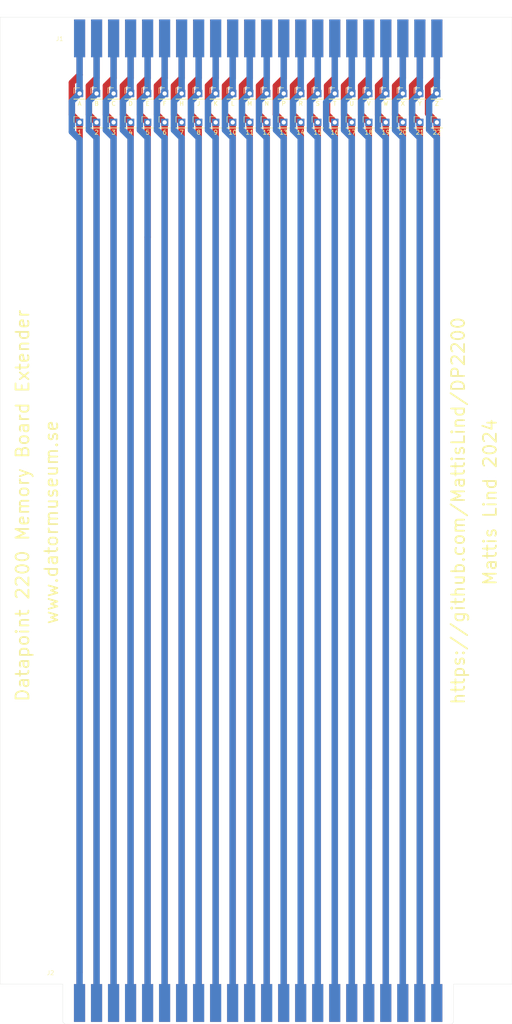
<source format=kicad_pcb>
(kicad_pcb (version 20240108) (generator "pcbnew") (generator_version "8.0")
  (layers (0 "F.Cu" signal) (31 "B.Cu" signal) (34 "B.Paste" user) (35 "F.Paste" user) (36 "B.SilkS" user "B.Silkscreen") (37 "F.SilkS" user "F.Silkscreen") (38 "B.Mask" user) (39 "F.Mask" user) (44 "Edge.Cuts" user))
  (net 0 "")
  (net 1 "/E")
  (net 2 "/C")
  (net 3 "/Z")
  (net 4 "/13")
  (net 5 "/1")
  (net 6 "/F")
  (net 7 "/22")
  (net 8 "/15")
  (net 9 "/W")
  (net 10 "/T")
  (net 11 "/K")
  (net 12 "/B")
  (net 13 "/11")
  (net 14 "/21")
  (net 15 "/14")
  (net 16 "/D")
  (net 17 "/V")
  (net 18 "/H")
  (net 19 "/J")
  (net 20 "/9")
  (net 21 "/19")
  (net 22 "/N")
  (net 23 "/S")
  (net 24 "/A")
  (net 25 "/17")
  (net 26 "/7")
  (net 27 "/X")
  (net 28 "/6")
  (net 29 "/M")
  (net 30 "/8")
  (net 31 "/18")
  (net 32 "/3")
  (net 33 "/4")
  (net 34 "/10")
  (net 35 "/P")
  (net 36 "/L")
  (net 37 "/2")
  (net 38 "/U")
  (net 39 "/20")
  (net 40 "/16")
  (net 41 "/5")
  (net 42 "/Y")
  (net 43 "/12")
  (net 44 "/R")
  (footprint "Connector_PinHeader_2.54mm:PinHeader_1x01_P2.54mm_Vertical" (layer "F.Cu") (at 122.54 58.97)
    (property "Reference" "J7" (hide yes))
    (property "Value" "E" (at 0 2.33 0) (layer "F.SilkS"))
    (pad "1" thru_hole rect (at 0 0) (size 1.7 1.7) (drill 1) (layers "*.Cu" "*.Mask") (net 1 "/E"))
  )
  (footprint "Connector_PinHeader_2.54mm:PinHeader_1x01_P2.54mm_Vertical" (layer "F.Cu") (at 142.34 58.97)
    (property "Reference" "J12" (hide yes))
    (property "Value" "L" (at 0 2.33 0) (layer "F.SilkS"))
    (pad "1" thru_hole rect (at 0 0) (size 1.7 1.7) (drill 1) (layers "*.Cu" "*.Mask") (net 36 "/L"))
  )
  (footprint "Connector_PinHeader_2.54mm:PinHeader_1x01_P2.54mm_Vertical" (layer "F.Cu") (at 162.14 65.68)
    (property "Reference" "J37" (hide yes))
    (property "Value" "15" (at 0 2.33 0) (layer "F.SilkS"))
    (pad "1" thru_hole rect (at 0 0) (size 1.7 1.7) (drill 1) (layers "*.Cu" "*.Mask") (net 8 "/15"))
  )
  (footprint "CompLibFootprint:Datapoint_2200_44pin_female" (layer "F.Cu") (at 105.51 37.46)
    (property "Reference" "J1" (at -3.46 8.78 0) (layer "F.SilkS") (effects (font (thickness 0.1))))
    (property "Value" "~")
    (pad "1" smd rect (at 1.19 8.68) (size 2.6 8.8) (layers "F.Cu" "F.Mask") (net 5 "/1"))
    (pad "2" smd rect (at 5.15 8.68) (size 2.6 8.8) (layers "F.Cu" "F.Mask") (net 37 "/2"))
    (pad "3" smd rect (at 9.11 8.68) (size 2.6 8.8) (layers "F.Cu" "F.Mask") (net 32 "/3"))
    (pad "4" smd rect (at 13.07 8.68) (size 2.6 8.8) (layers "F.Cu" "F.Mask") (net 33 "/4"))
    (pad "5" smd rect (at 17.03 8.68) (size 2.6 8.8) (layers "F.Cu" "F.Mask") (net 41 "/5"))
    (pad "6" smd rect (at 20.99 8.68) (size 2.6 8.8) (layers "F.Cu" "F.Mask") (net 28 "/6"))
    (pad "7" smd rect (at 24.95 8.68) (size 2.6 8.8) (layers "F.Cu" "F.Mask") (net 26 "/7"))
    (pad "8" smd rect (at 28.91 8.68) (size 2.6 8.8) (layers "F.Cu" "F.Mask") (net 30 "/8"))
    (pad "9" smd rect (at 32.87 8.68) (size 2.6 8.8) (layers "F.Cu" "F.Mask") (net 20 "/9"))
    (pad "10" smd rect (at 36.83 8.68) (size 2.6 8.8) (layers "F.Cu" "F.Mask") (net 34 "/10"))
    (pad "11" smd rect (at 40.79 8.68) (size 2.6 8.8) (layers "F.Cu" "F.Mask") (net 13 "/11"))
    (pad "12" smd rect (at 44.75 8.68) (size 2.6 8.8) (layers "F.Cu" "F.Mask") (net 43 "/12"))
    (pad "13" smd rect (at 48.71 8.68) (size 2.6 8.8) (layers "F.Cu" "F.Mask") (net 4 "/13"))
    (pad "14" smd rect (at 52.67 8.68) (size 2.6 8.8) (layers "F.Cu" "F.Mask") (net 15 "/14"))
    (pad "15" smd rect (at 56.63 8.68) (size 2.6 8.8) (layers "F.Cu" "F.Mask") (net 8 "/15"))
    (pad "16" smd rect (at 60.59 8.68) (size 2.6 8.8) (layers "F.Cu" "F.Mask") (net 40 "/16"))
    (pad "17" smd rect (at 64.55 8.68) (size 2.6 8.8) (layers "F.Cu" "F.Mask") (net 25 "/17"))
    (pad "18" smd rect (at 68.51 8.68) (size 2.6 8.8) (layers "F.Cu" "F.Mask") (net 31 "/18"))
    (pad "19" smd rect (at 72.47 8.68) (size 2.6 8.8) (layers "F.Cu" "F.Mask") (net 21 "/19"))
    (pad "20" smd rect (at 76.43 8.68) (size 2.6 8.8) (layers "F.Cu" "F.Mask") (net 39 "/20"))
    (pad "21" smd rect (at 80.39 8.68) (size 2.6 8.8) (layers "F.Cu" "F.Mask") (net 14 "/21"))
    (pad "22" smd rect (at 84.35 8.68) (size 2.6 8.8) (layers "F.Cu" "F.Mask") (net 7 "/22"))
    (pad "A" smd rect (at 1.19 8.68) (size 2.6 8.8) (layers "B.Cu" "B.Mask") (net 24 "/A"))
    (pad "B" smd rect (at 5.15 8.68) (size 2.6 8.8) (layers "B.Cu" "B.Mask") (net 12 "/B"))
    (pad "C" smd rect (at 9.11 8.68) (size 2.6 8.8) (layers "B.Cu" "B.Mask") (net 2 "/C"))
    (pad "D" smd rect (at 13.07 8.68) (size 2.6 8.8) (layers "B.Cu" "B.Mask") (net 16 "/D"))
    (pad "E" smd rect (at 17.03 8.68) (size 2.6 8.8) (layers "B.Cu" "B.Mask") (net 1 "/E"))
    (pad "F" smd rect (at 20.99 8.68) (size 2.6 8.8) (layers "B.Cu" "B.Mask") (net 6 "/F"))
    (pad "H" smd rect (at 24.95 8.68) (size 2.6 8.8) (layers "B.Cu" "B.Mask") (net 18 "/H"))
    (pad "J" smd rect (at 28.91 8.68) (size 2.6 8.8) (layers "B.Cu" "B.Mask") (net 19 "/J"))
    (pad "K" smd rect (at 32.87 8.68) (size 2.6 8.8) (layers "B.Cu" "B.Mask") (net 11 "/K"))
    (pad "L" smd rect (at 36.83 8.68) (size 2.6 8.8) (layers "B.Cu" "B.Mask") (net 36 "/L"))
    (pad "M" smd rect (at 40.79 8.68) (size 2.6 8.8) (layers "B.Cu" "B.Mask") (net 29 "/M"))
    (pad "N" smd rect (at 44.75 8.68) (size 2.6 8.8) (layers "B.Cu" "B.Mask") (net 22 "/N"))
    (pad "P" smd rect (at 48.71 8.68) (size 2.6 8.8) (layers "B.Cu" "B.Mask") (net 35 "/P"))
    (pad "R" smd rect (at 52.67 8.68) (size 2.6 8.8) (layers "B.Cu" "B.Mask") (net 44 "/R"))
    (pad "S" smd rect (at 56.63 8.68) (size 2.6 8.8) (layers "B.Cu" "B.Mask") (net 23 "/S"))
    (pad "T" smd rect (at 60.59 8.68) (size 2.6 8.8) (layers "B.Cu" "B.Mask") (net 10 "/T"))
    (pad "U" smd rect (at 64.55 8.68) (size 2.6 8.8) (layers "B.Cu" "B.Mask") (net 38 "/U"))
    (pad "V" smd rect (at 68.51 8.68) (size 2.6 8.8) (layers "B.Cu" "B.Mask") (net 17 "/V"))
    (pad "W" smd rect (at 72.47 8.68) (size 2.6 8.8) (layers "B.Cu" "B.Mask") (net 9 "/W"))
    (pad "X" smd rect (at 76.43 8.68) (size 2.6 8.8) (layers "B.Cu" "B.Mask") (net 27 "/X"))
    (pad "Y" smd rect (at 80.39 8.68) (size 2.6 8.8) (layers "B.Cu" "B.Mask") (net 42 "/Y"))
    (pad "Z" smd rect (at 84.35 8.68) (size 2.6 8.8) (layers "B.Cu" "B.Mask") (net 3 "/Z"))
  )
  (footprint "Connector_PinHeader_2.54mm:PinHeader_1x01_P2.54mm_Vertical" (layer "F.Cu") (at 110.66 65.68)
    (property "Reference" "J24" (hide yes))
    (property "Value" "2" (at 0 2.33 0) (layer "F.SilkS"))
    (pad "1" thru_hole rect (at 0 0) (size 1.7 1.7) (drill 1) (layers "*.Cu" "*.Mask") (net 37 "/2"))
  )
  (footprint "Connector_PinHeader_2.54mm:PinHeader_1x01_P2.54mm_Vertical" (layer "F.Cu") (at 166.1 58.97)
    (property "Reference" "J18" (hide yes))
    (property "Value" "T" (at 0 2.33 0) (layer "F.SilkS"))
    (pad "1" thru_hole rect (at 0 0) (size 1.7 1.7) (drill 1) (layers "*.Cu" "*.Mask") (net 10 "/T"))
  )
  (footprint "CompLibFootprint:Datapoint_2200_44pin_male" (layer "F.Cu") (at 103.11 262.37)
    (property "Reference" "J2" (at -3.17 1.19 0) (layer "F.SilkS") (effects (font (thickness 0.1))))
    (property "Value" "~")
    (fp_line (start -0.32 12.59) (end -0.32 3.79) (stroke (width 0.05)) (layer "Edge.Cuts"))
    (fp_line (start 0.18 13.09) (end -0.32 12.59) (stroke (width 0.05)) (layer "Edge.Cuts"))
    (fp_line (start 2.28 13.09) (end 0.18 13.09) (stroke (width 0.05)) (layer "Edge.Cuts"))
    (fp_line (start 57.03 13.09) (end 2.28 13.09) (stroke (width 0.05)) (layer "Edge.Cuts"))
    (fp_line (start 57.05 13.09) (end 57.03 13.09) (stroke (width 0.05)) (layer "Edge.Cuts"))
    (fp_line (start 57.05 13.09) (end 90.24 13.09) (stroke (width 0.05)) (layer "Edge.Cuts"))
    (fp_line (start 90.64 12.59) (end 90.24 13.09) (stroke (width 0.05)) (layer "Edge.Cuts"))
    (fp_line (start 90.64 12.59) (end 90.64 3.79) (stroke (width 0.05)) (layer "Edge.Cuts"))
    (pad "1" smd rect (at 3.58 8.19) (size 2.6 8.8) (layers "F.Cu" "F.Mask") (net 5 "/1"))
    (pad "2" smd rect (at 7.54 8.19) (size 2.6 8.8) (layers "F.Cu" "F.Mask") (net 37 "/2"))
    (pad "3" smd rect (at 11.5 8.19) (size 2.6 8.8) (layers "F.Cu" "F.Mask") (net 32 "/3"))
    (pad "4" smd rect (at 15.46 8.19) (size 2.6 8.8) (layers "F.Cu" "F.Mask") (net 33 "/4"))
    (pad "5" smd rect (at 19.42 8.19) (size 2.6 8.8) (layers "F.Cu" "F.Mask") (net 41 "/5"))
    (pad "6" smd rect (at 23.38 8.19) (size 2.6 8.8) (layers "F.Cu" "F.Mask") (net 28 "/6"))
    (pad "7" smd rect (at 27.34 8.19) (size 2.6 8.8) (layers "F.Cu" "F.Mask") (net 26 "/7"))
    (pad "8" smd rect (at 31.3 8.19) (size 2.6 8.8) (layers "F.Cu" "F.Mask") (net 30 "/8"))
    (pad "9" smd rect (at 35.26 8.19) (size 2.6 8.8) (layers "F.Cu" "F.Mask") (net 20 "/9"))
    (pad "10" smd rect (at 39.22 8.19) (size 2.6 8.8) (layers "F.Cu" "F.Mask") (net 34 "/10"))
    (pad "11" smd rect (at 43.18 8.19) (size 2.6 8.8) (layers "F.Cu" "F.Mask") (net 13 "/11"))
    (pad "12" smd rect (at 47.14 8.19) (size 2.6 8.8) (layers "F.Cu" "F.Mask") (net 43 "/12"))
    (pad "13" smd rect (at 51.1 8.19) (size 2.6 8.8) (layers "F.Cu" "F.Mask") (net 4 "/13"))
    (pad "14" smd rect (at 55.06 8.19) (size 2.6 8.8) (layers "F.Cu" "F.Mask") (net 15 "/14"))
    (pad "15" smd rect (at 59.02 8.19) (size 2.6 8.8) (layers "F.Cu" "F.Mask") (net 8 "/15"))
    (pad "16" smd rect (at 62.98 8.19) (size 2.6 8.8) (layers "F.Cu" "F.Mask") (net 40 "/16"))
    (pad "17" smd rect (at 66.94 8.19) (size 2.6 8.8) (layers "F.Cu" "F.Mask") (net 25 "/17"))
    (pad "18" smd rect (at 70.9 8.19) (size 2.6 8.8) (layers "F.Cu" "F.Mask") (net 31 "/18"))
    (pad "19" smd rect (at 74.86 8.19) (size 2.6 8.8) (layers "F.Cu" "F.Mask") (net 21 "/19"))
    (pad "20" smd rect (at 78.82 8.19) (size 2.6 8.8) (layers "F.Cu" "F.Mask") (net 39 "/20"))
    (pad "21" smd rect (at 82.78 8.19) (size 2.6 8.8) (layers "F.Cu" "F.Mask") (net 14 "/21"))
    (pad "22" smd rect (at 86.74 8.19) (size 2.6 8.8) (layers "F.Cu" "F.Mask") (net 7 "/22"))
    (pad "A" smd rect (at 3.58 8.19) (size 2.6 8.8) (layers "B.Cu" "B.Mask") (net 24 "/A"))
    (pad "B" smd rect (at 7.54 8.19) (size 2.6 8.8) (layers "B.Cu" "B.Mask") (net 12 "/B"))
    (pad "C" smd rect (at 11.5 8.19) (size 2.6 8.8) (layers "B.Cu" "B.Mask") (net 2 "/C"))
    (pad "D" smd rect (at 15.46 8.19) (size 2.6 8.8) (layers "B.Cu" "B.Mask") (net 16 "/D"))
    (pad "E" smd rect (at 19.42 8.19) (size 2.6 8.8) (layers "B.Cu" "B.Mask") (net 1 "/E"))
    (pad "F" smd rect (at 23.38 8.19) (size 2.6 8.8) (layers "B.Cu" "B.Mask") (net 6 "/F"))
    (pad "H" smd rect (at 27.34 8.19) (size 2.6 8.8) (layers "B.Cu" "B.Mask") (net 18 "/H"))
    (pad "J" smd rect (at 31.3 8.19) (size 2.6 8.8) (layers "B.Cu" "B.Mask") (net 19 "/J"))
    (pad "K" smd rect (at 35.26 8.19) (size 2.6 8.8) (layers "B.Cu" "B.Mask") (net 11 "/K"))
    (pad "L" smd rect (at 39.22 8.19) (size 2.6 8.8) (layers "B.Cu" "B.Mask") (net 36 "/L"))
    (pad "M" smd rect (at 43.18 8.19) (size 2.6 8.8) (layers "B.Cu" "B.Mask") (net 29 "/M"))
    (pad "N" smd rect (at 47.14 8.19) (size 2.6 8.8) (layers "B.Cu" "B.Mask") (net 22 "/N"))
    (pad "P" smd rect (at 51.1 8.19) (size 2.6 8.8) (layers "B.Cu" "B.Mask") (net 35 "/P"))
    (pad "R" smd rect (at 55.06 8.19) (size 2.6 8.8) (layers "B.Cu" "B.Mask") (net 44 "/R"))
    (pad "S" smd rect (at 59.02 8.19) (size 2.6 8.8) (layers "B.Cu" "B.Mask") (net 23 "/S"))
    (pad "T" smd rect (at 62.98 8.19) (size 2.6 8.8) (layers "B.Cu" "B.Mask") (net 10 "/T"))
    (pad "U" smd rect (at 66.94 8.19) (size 2.6 8.8) (layers "B.Cu" "B.Mask") (net 38 "/U"))
    (pad "V" smd rect (at 70.9 8.19) (size 2.6 8.8) (layers "B.Cu" "B.Mask") (net 17 "/V"))
    (pad "W" smd rect (at 74.86 8.19) (size 2.6 8.8) (layers "B.Cu" "B.Mask") (net 9 "/W"))
    (pad "X" smd rect (at 78.82 8.19) (size 2.6 8.8) (layers "B.Cu" "B.Mask") (net 27 "/X"))
    (pad "Y" smd rect (at 82.78 8.19) (size 2.6 8.8) (layers "B.Cu" "B.Mask") (net 42 "/Y"))
    (pad "Z" smd rect (at 86.74 8.19) (size 2.6 8.8) (layers "B.Cu" "B.Mask") (net 3 "/Z"))
  )
  (footprint "Connector_PinHeader_2.54mm:PinHeader_1x01_P2.54mm_Vertical" (layer "F.Cu") (at 134.42 58.97)
    (property "Reference" "J10" (hide yes))
    (property "Value" "J" (at 0 2.33 0) (layer "F.SilkS"))
    (pad "1" thru_hole rect (at 0 0) (size 1.7 1.7) (drill 1) (layers "*.Cu" "*.Mask") (net 19 "/J"))
  )
  (footprint "Connector_PinHeader_2.54mm:PinHeader_1x01_P2.54mm_Vertical" (layer "F.Cu") (at 138.38 58.97)
    (property "Reference" "J11" (hide yes))
    (property "Value" "K" (at 0 2.33 0) (layer "F.SilkS"))
    (pad "1" thru_hole rect (at 0 0) (size 1.7 1.7) (drill 1) (layers "*.Cu" "*.Mask") (net 11 "/K"))
  )
  (footprint "Connector_PinHeader_2.54mm:PinHeader_1x01_P2.54mm_Vertical" (layer "F.Cu") (at 181.94 58.97)
    (property "Reference" "J22" (hide yes))
    (property "Value" "X" (at 0 2.33 0) (layer "F.SilkS"))
    (pad "1" thru_hole rect (at 0 0) (size 1.7 1.7) (drill 1) (layers "*.Cu" "*.Mask") (net 27 "/X"))
  )
  (footprint "Connector_PinHeader_2.54mm:PinHeader_1x01_P2.54mm_Vertical" (layer "F.Cu") (at 106.7 58.97)
    (property "Reference" "J3" (hide yes))
    (property "Value" "A" (at 0 2.33 0) (layer "F.SilkS"))
    (pad "1" thru_hole rect (at 0 0) (size 1.7 1.7) (drill 1) (layers "*.Cu" "*.Mask") (net 24 "/A"))
  )
  (footprint "Connector_PinHeader_2.54mm:PinHeader_1x01_P2.54mm_Vertical" (layer "F.Cu") (at 150.26 65.68)
    (property "Reference" "J34" (hide yes))
    (property "Value" "12" (at 0 2.33 0) (layer "F.SilkS"))
    (pad "1" thru_hole rect (at 0 0) (size 1.7 1.7) (drill 1) (layers "*.Cu" "*.Mask") (net 43 "/12"))
  )
  (footprint "Connector_PinHeader_2.54mm:PinHeader_1x01_P2.54mm_Vertical" (layer "F.Cu") (at 110.66 58.97)
    (property "Reference" "J4" (hide yes))
    (property "Value" "B" (at 0 2.33 0) (layer "F.SilkS"))
    (pad "1" thru_hole rect (at 0 0) (size 1.7 1.7) (drill 1) (layers "*.Cu" "*.Mask") (net 12 "/B"))
  )
  (footprint "Connector_PinHeader_2.54mm:PinHeader_1x01_P2.54mm_Vertical" (layer "F.Cu") (at 114.62 65.68)
    (property "Reference" "J25" (hide yes))
    (property "Value" "3" (at 0 2.33 0) (layer "F.SilkS"))
    (pad "1" thru_hole rect (at 0 0) (size 1.7 1.7) (drill 1) (layers "*.Cu" "*.Mask") (net 32 "/3"))
  )
  (footprint "Connector_PinHeader_2.54mm:PinHeader_1x01_P2.54mm_Vertical" (layer "F.Cu") (at 126.5 58.97)
    (property "Reference" "J8" (hide yes))
    (property "Value" "F" (at 0 2.33 0) (layer "F.SilkS"))
    (pad "1" thru_hole rect (at 0 0) (size 1.7 1.7) (drill 1) (layers "*.Cu" "*.Mask") (net 6 "/F"))
  )
  (footprint "Connector_PinHeader_2.54mm:PinHeader_1x01_P2.54mm_Vertical" (layer "F.Cu") (at 150.26 58.97)
    (property "Reference" "J14" (hide yes))
    (property "Value" "N" (at 0 2.33 0) (layer "F.SilkS"))
    (pad "1" thru_hole rect (at 0 0) (size 1.7 1.7) (drill 1) (layers "*.Cu" "*.Mask") (net 22 "/N"))
  )
  (footprint "Connector_PinHeader_2.54mm:PinHeader_1x01_P2.54mm_Vertical" (layer "F.Cu") (at 118.58 58.97)
    (property "Reference" "J6" (hide yes))
    (property "Value" "D" (at 0 2.33 0) (layer "F.SilkS"))
    (pad "1" thru_hole rect (at 0 0) (size 1.7 1.7) (drill 1) (layers "*.Cu" "*.Mask") (net 16 "/D"))
  )
  (footprint "Connector_PinHeader_2.54mm:PinHeader_1x01_P2.54mm_Vertical" (layer "F.Cu") (at 158.18 58.97)
    (property "Reference" "J16" (hide yes))
    (property "Value" "R" (at 0 2.33 0) (layer "F.SilkS"))
    (pad "1" thru_hole rect (at 0 0) (size 1.7 1.7) (drill 1) (layers "*.Cu" "*.Mask") (net 44 "/R"))
  )
  (footprint "Connector_PinHeader_2.54mm:PinHeader_1x01_P2.54mm_Vertical" (layer "F.Cu") (at 106.7 65.68)
    (property "Reference" "J23" (hide yes))
    (property "Value" "1" (at 0 2.33 0) (layer "F.SilkS"))
    (pad "1" thru_hole rect (at 0 0) (size 1.7 1.7) (drill 1) (layers "*.Cu" "*.Mask") (net 5 "/1"))
  )
  (footprint "Connector_PinHeader_2.54mm:PinHeader_1x01_P2.54mm_Vertical" (layer "F.Cu") (at 138.38 65.68)
    (property "Reference" "J31" (hide yes))
    (property "Value" "9" (at 0 2.33 0) (layer "F.SilkS"))
    (pad "1" thru_hole rect (at 0 0) (size 1.7 1.7) (drill 1) (layers "*.Cu" "*.Mask") (net 20 "/9"))
  )
  (footprint "Connector_PinHeader_2.54mm:PinHeader_1x01_P2.54mm_Vertical" (layer "F.Cu") (at 177.98 58.97)
    (property "Reference" "J21" (hide yes))
    (property "Value" "W" (at 0 2.33 0) (layer "F.SilkS"))
    (pad "1" thru_hole rect (at 0 0) (size 1.7 1.7) (drill 1) (layers "*.Cu" "*.Mask") (net 9 "/W"))
  )
  (footprint "Connector_PinHeader_2.54mm:PinHeader_1x01_P2.54mm_Vertical" (layer "F.Cu") (at 162.14 58.97)
    (property "Reference" "J17" (hide yes))
    (property "Value" "S" (at 0 2.33 0) (layer "F.SilkS"))
    (pad "1" thru_hole rect (at 0 0) (size 1.7 1.7) (drill 1) (layers "*.Cu" "*.Mask") (net 23 "/S"))
  )
  (footprint "Connector_PinHeader_2.54mm:PinHeader_1x01_P2.54mm_Vertical" (layer "F.Cu") (at 130.46 58.97)
    (property "Reference" "J9" (hide yes))
    (property "Value" "H" (at 0 2.33 0) (layer "F.SilkS"))
    (pad "1" thru_hole rect (at 0 0) (size 1.7 1.7) (drill 1) (layers "*.Cu" "*.Mask") (net 18 "/H"))
  )
  (footprint "Connector_PinHeader_2.54mm:PinHeader_1x01_P2.54mm_Vertical" (layer "F.Cu") (at 126.5 65.68)
    (property "Reference" "J28" (hide yes))
    (property "Value" "6" (at 0 2.33 0) (layer "F.SilkS"))
    (pad "1" thru_hole rect (at 0 0) (size 1.7 1.7) (drill 1) (layers "*.Cu" "*.Mask") (net 28 "/6"))
  )
  (footprint "Connector_PinHeader_2.54mm:PinHeader_1x01_P2.54mm_Vertical" (layer "F.Cu") (at 174.02 58.97)
    (property "Reference" "J20" (hide yes))
    (property "Value" "V" (at 0 2.33 0) (layer "F.SilkS"))
    (pad "1" thru_hole rect (at 0 0) (size 1.7 1.7) (drill 1) (layers "*.Cu" "*.Mask") (net 17 "/V"))
  )
  (footprint "Connector_PinHeader_2.54mm:PinHeader_1x01_P2.54mm_Vertical" (layer "F.Cu") (at 158.18 65.68)
    (property "Reference" "J36" (hide yes))
    (property "Value" "14" (at 0 2.33 0) (layer "F.SilkS"))
    (pad "1" thru_hole rect (at 0 0) (size 1.7 1.7) (drill 1) (layers "*.Cu" "*.Mask") (net 15 "/14"))
  )
  (footprint "Connector_PinHeader_2.54mm:PinHeader_1x01_P2.54mm_Vertical" (layer "F.Cu") (at 114.62 58.97)
    (property "Reference" "J5" (hide yes))
    (property "Value" "C" (at 0 2.33 0) (layer "F.SilkS"))
    (pad "1" thru_hole rect (at 0 0) (size 1.7 1.7) (drill 1) (layers "*.Cu" "*.Mask") (net 2 "/C"))
  )
  (footprint "Connector_PinHeader_2.54mm:PinHeader_1x01_P2.54mm_Vertical" (layer "F.Cu") (at 142.34 65.68)
    (property "Reference" "J32" (hide yes))
    (property "Value" "10" (at 0 2.33 0) (layer "F.SilkS"))
    (pad "1" thru_hole rect (at 0 0) (size 1.7 1.7) (drill 1) (layers "*.Cu" "*.Mask") (net 34 "/10"))
  )
  (footprint "Connector_PinHeader_2.54mm:PinHeader_1x01_P2.54mm_Vertical" (layer "F.Cu") (at 154.22 65.68)
    (property "Reference" "J35" (hide yes))
    (property "Value" "13" (at 0 2.33 0) (layer "F.SilkS"))
    (pad "1" thru_hole rect (at 0 0) (size 1.7 1.7) (drill 1) (layers "*.Cu" "*.Mask") (net 4 "/13"))
  )
  (footprint "Connector_PinHeader_2.54mm:PinHeader_1x01_P2.54mm_Vertical" (layer "F.Cu") (at 185.9 65.68)
    (property "Reference" "J43" (hide yes))
    (property "Value" "21" (at 0 2.33 0) (layer "F.SilkS"))
    (pad "1" thru_hole rect (at 0 0) (size 1.7 1.7) (drill 1) (layers "*.Cu" "*.Mask") (net 14 "/21"))
  )
  (footprint "Connector_PinHeader_2.54mm:PinHeader_1x01_P2.54mm_Vertical" (layer "F.Cu") (at 166.1 65.68)
    (property "Reference" "J38" (hide yes))
    (property "Value" "16" (at 0 2.33 0) (layer "F.SilkS"))
    (pad "1" thru_hole rect (at 0 0) (size 1.7 1.7) (drill 1) (layers "*.Cu" "*.Mask") (net 40 "/16"))
  )
  (footprint "Connector_PinHeader_2.54mm:PinHeader_1x01_P2.54mm_Vertical" (layer "F.Cu") (at 177.98 65.68)
    (property "Reference" "J41" (hide yes))
    (property "Value" "19" (at 0 2.33 0) (layer "F.SilkS"))
    (pad "1" thru_hole rect (at 0 0) (size 1.7 1.7) (drill 1) (layers "*.Cu" "*.Mask") (net 21 "/19"))
  )
  (footprint "Connector_PinHeader_2.54mm:PinHeader_1x01_P2.54mm_Vertical" (layer "F.Cu") (at 146.3 58.97)
    (property "Reference" "J13" (hide yes))
    (property "Value" "M" (at 0 2.33 0) (layer "F.SilkS"))
    (pad "1" thru_hole rect (at 0 0) (size 1.7 1.7) (drill 1) (layers "*.Cu" "*.Mask") (net 29 "/M"))
  )
  (footprint "Connector_PinHeader_2.54mm:PinHeader_1x01_P2.54mm_Vertical" (layer "F.Cu") (at 174.02 65.68)
    (property "Reference" "J40" (hide yes))
    (property "Value" "18" (at 0 2.33 0) (layer "F.SilkS"))
    (pad "1" thru_hole rect (at 0 0) (size 1.7 1.7) (drill 1) (layers "*.Cu" "*.Mask") (net 31 "/18"))
  )
  (footprint "Connector_PinHeader_2.54mm:PinHeader_1x01_P2.54mm_Vertical" (layer "F.Cu") (at 130.46 65.68)
    (property "Reference" "J29" (hide yes))
    (property "Value" "7" (at 0 2.33 0) (layer "F.SilkS"))
    (pad "1" thru_hole rect (at 0 0) (size 1.7 1.7) (drill 1) (layers "*.Cu" "*.Mask") (net 26 "/7"))
  )
  (footprint "Connector_PinHeader_2.54mm:PinHeader_1x01_P2.54mm_Vertical" (layer "F.Cu") (at 189.86 65.68)
    (property "Reference" "J44" (hide yes))
    (property "Value" "22" (at 0 2.33 0) (layer "F.SilkS"))
    (pad "1" thru_hole rect (at 0 0) (size 1.7 1.7) (drill 1) (layers "*.Cu" "*.Mask") (net 7 "/22"))
  )
  (footprint "Connector_PinHeader_2.54mm:PinHeader_1x01_P2.54mm_Vertical" (layer "F.Cu") (at 122.54 65.68)
    (property "Reference" "J27" (hide yes))
    (property "Value" "5" (at 0 2.33 0) (layer "F.SilkS"))
    (pad "1" thru_hole rect (at 0 0) (size 1.7 1.7) (drill 1) (layers "*.Cu" "*.Mask") (net 41 "/5"))
  )
  (footprint "Connector_PinHeader_2.54mm:PinHeader_1x01_P2.54mm_Vertical" (layer "F.Cu") (at 134.42 65.68)
    (property "Reference" "J30" (hide yes))
    (property "Value" "8" (at 0 2.33 0) (layer "F.SilkS"))
    (pad "1" thru_hole rect (at 0 0) (size 1.7 1.7) (drill 1) (layers "*.Cu" "*.Mask") (net 30 "/8"))
  )
  (footprint "Connector_PinHeader_2.54mm:PinHeader_1x01_P2.54mm_Vertical" (layer "F.Cu") (at 118.58 65.68)
    (property "Reference" "J26" (hide yes))
    (property "Value" "4" (at 0 2.33 0) (layer "F.SilkS"))
    (pad "1" thru_hole rect (at 0 0) (size 1.7 1.7) (drill 1) (layers "*.Cu" "*.Mask") (net 33 "/4"))
  )
  (footprint "Connector_PinHeader_2.54mm:PinHeader_1x01_P2.54mm_Vertical" (layer "F.Cu") (at 185.9 58.97)
    (property "Reference" "J45" (hide yes))
    (property "Value" "Y" (at 0 2.33 0) (layer "F.SilkS"))
    (pad "1" thru_hole rect (at 0 0) (size 1.7 1.7) (drill 1) (layers "*.Cu" "*.Mask") (net 42 "/Y"))
  )
  (footprint "Connector_PinHeader_2.54mm:PinHeader_1x01_P2.54mm_Vertical" (layer "F.Cu") (at 154.22 58.97)
    (property "Reference" "J15" (hide yes))
    (property "Value" "P" (at 0 2.33 0) (layer "F.SilkS"))
    (pad "1" thru_hole rect (at 0 0) (size 1.7 1.7) (drill 1) (layers "*.Cu" "*.Mask") (net 35 "/P"))
  )
  (footprint "Connector_PinHeader_2.54mm:PinHeader_1x01_P2.54mm_Vertical" (layer "F.Cu") (at 170.06 58.97)
    (property "Reference" "J19" (hide yes))
    (property "Value" "U" (at 0 2.33 0) (layer "F.SilkS"))
    (pad "1" thru_hole rect (at 0 0) (size 1.7 1.7) (drill 1) (layers "*.Cu" "*.Mask") (net 38 "/U"))
  )
  (footprint "Connector_PinHeader_2.54mm:PinHeader_1x01_P2.54mm_Vertical" (layer "F.Cu") (at 170.06 65.68)
    (property "Reference" "J39" (hide yes))
    (property "Value" "17" (at 0 2.33 0) (layer "F.SilkS"))
    (pad "1" thru_hole rect (at 0 0) (size 1.7 1.7) (drill 1) (layers "*.Cu" "*.Mask") (net 25 "/17"))
  )
  (footprint "Connector_PinHeader_2.54mm:PinHeader_1x01_P2.54mm_Vertical" (layer "F.Cu") (at 181.94 65.68)
    (property "Reference" "J42" (hide yes))
    (property "Value" "20" (at 0 2.33 0) (layer "F.SilkS"))
    (pad "1" thru_hole rect (at 0 0) (size 1.7 1.7) (drill 1) (layers "*.Cu" "*.Mask") (net 39 "/20"))
  )
  (footprint "Connector_PinHeader_2.54mm:PinHeader_1x01_P2.54mm_Vertical" (layer "F.Cu") (at 189.86 58.97)
    (property "Reference" "J46" (hide yes))
    (property "Value" "Z" (at 0 2.33 0) (layer "F.SilkS"))
    (pad "1" thru_hole rect (at 0 0) (size 1.7 1.7) (drill 1) (layers "*.Cu" "*.Mask") (net 3 "/Z"))
  )
  (footprint "Connector_PinHeader_2.54mm:PinHeader_1x01_P2.54mm_Vertical" (layer "F.Cu") (at 146.3 65.68)
    (property "Reference" "J33" (hide yes))
    (property "Value" "11" (at 0 2.33 0) (layer "F.SilkS"))
    (pad "1" thru_hole rect (at 0 0) (size 1.7 1.7) (drill 1) (layers "*.Cu" "*.Mask") (net 13 "/11"))
  )
  (gr_line (start 88.2 266.16) (end 88.2 41.22) (stroke (width 0.05)) (layer "Edge.Cuts"))
  (gr_line (start 102.79 266.16) (end 88.2 266.16) (stroke (width 0.05)) (layer "Edge.Cuts"))
  (gr_line (start 88.2 41.22) (end 207.35 41.22) (stroke (width 0.05)) (layer "Edge.Cuts"))
  (gr_line (start 207.35 266.16) (end 207.35 41.22) (stroke (width 0.05)) (layer "Edge.Cuts"))
  (gr_line (start 193.75 266.16) (end 207.35 266.16) (stroke (width 0.05)) (layer "Edge.Cuts"))
  (gr_text "Datapoint 2200 Memory Board Extender" (at 95.18 200.69 90) (layer "F.SilkS") (effects (font (size 3 3) (thickness 0.4)) (justify left bottom)))
  (gr_text "www.datormuseum.se" (at 101.89 182.69 90) (layer "F.SilkS") (effects (font (size 3 3) (thickness 0.4)) (justify left bottom)))
  (gr_text "https://github.com/MattisLind/DP2200" (at 196.58 201.37 90) (layer "F.SilkS") (effects (font (size 3 3) (thickness 0.4)) (justify left bottom)))
  (gr_text "Mattis Lind 2024" (at 203.98 173.67 90) (layer "F.SilkS") (effects (font (size 3 3) (thickness 0.4)) (justify left bottom)))
  (segment (start 122.54 46.14) (end 122.54 58.97) (width 1.5) (layer "B.Cu") (net 1))
  (segment (start 120.74 60.77) (end 122.54 58.97) (width 1.5) (layer "B.Cu") (net 1))
  (segment (start 120.74 67.48) (end 120.74 60.77) (width 1.5) (layer "B.Cu") (net 1))
  (segment (start 122.53 69.27) (end 120.74 67.48) (width 1.5) (layer "B.Cu") (net 1))
  (segment (start 122.53 270.56) (end 122.53 69.27) (width 1.5) (layer "B.Cu") (net 1))
  (segment (start 114.61 270.56) (end 114.61 69.27) (width 1.5) (layer "B.Cu") (net 2))
  (segment (start 112.82 60.77) (end 114.62 58.97) (width 1.5) (layer "B.Cu") (net 2))
  (segment (start 112.82 67.48) (end 112.82 60.77) (width 1.5) (layer "B.Cu") (net 2))
  (segment (start 114.62 46.14) (end 114.62 58.97) (width 1.5) (layer "B.Cu") (net 2))
  (segment (start 114.61 69.27) (end 112.82 67.48) (width 1.5) (layer "B.Cu") (net 2))
  (segment (start 189.85 267.46) (end 189.86 267.45) (width 1.5) (layer "B.Cu") (net 3))
  (segment (start 188.06 60.77) (end 189.86 58.97) (width 1.5) (layer "B.Cu") (net 3))
  (segment (start 189.85 270.56) (end 189.85 267.46) (width 1.5) (layer "B.Cu") (net 3))
  (segment (start 189.86 46.14) (end 189.86 58.97) (width 1.5) (layer "B.Cu") (net 3))
  (segment (start 189.86 267.45) (end 189.86 69.21) (width 1.5) (layer "B.Cu") (net 3))
  (segment (start 189.86 69.21) (end 188.06 67.41) (width 1.5) (layer "B.Cu") (net 3))
  (segment (start 188.06 67.41) (end 188.06 60.77) (width 1.5) (layer "B.Cu") (net 3))
  (segment (start 154.22 55.37) (end 152.38 57.21) (width 1.5) (layer "F.Cu") (net 4))
  (segment (start 154.21 65.69) (end 154.22 65.68) (width 1.5) (layer "F.Cu") (net 4))
  (segment (start 154.22 46.14) (end 154.22 55.37) (width 1.5) (layer "F.Cu") (net 4))
  (segment (start 154.21 270.56) (end 154.21 65.69) (width 1.5) (layer "F.Cu") (net 4))
  (segment (start 152.38 57.21) (end 152.38 63.84) (width 1.5) (layer "F.Cu") (net 4))
  (segment (start 152.38 63.84) (end 154.22 65.68) (width 1.5) (layer "F.Cu") (net 4))
  (segment (start 106.69 263.48) (end 106.69 270.56) (width 1.5) (layer "F.Cu") (net 5))
  (segment (start 106.7 65.68) (end 106.7 263.47) (width 1.5) (layer "F.Cu") (net 5))
  (segment (start 106.7 46.14) (end 106.7 54.62) (width 1.5) (layer "F.Cu") (net 5))
  (segment (start 104.9 56.44) (end 104.9 63.88) (width 1.5) (layer "F.Cu") (net 5))
  (segment (start 106.7 54.62) (end 106.71 54.63) (width 1.5) (layer "F.Cu") (net 5))
  (segment (start 106.7 263.47) (end 106.69 263.48) (width 1.5) (layer "F.Cu") (net 5))
  (segment (start 106.69 65.69) (end 106.7 65.68) (width 1.5) (layer "F.Cu") (net 5))
  (segment (start 106.71 54.63) (end 104.9 56.44) (width 1.5) (layer "F.Cu") (net 5))
  (segment (start 104.9 63.88) (end 106.7 65.68) (width 1.5) (layer "F.Cu") (net 5))
  (segment (start 126.49 270.56) (end 126.49 69.27) (width 1.5) (layer "B.Cu") (net 6))
  (segment (start 124.7 67.48) (end 124.7 60.77) (width 1.5) (layer "B.Cu") (net 6))
  (segment (start 124.7 60.77) (end 126.5 58.97) (width 1.5) (layer "B.Cu") (net 6))
  (segment (start 126.5 46.14) (end 126.5 58.97) (width 1.5) (layer "B.Cu") (net 6))
  (segment (start 126.49 69.27) (end 124.7 67.48) (width 1.5) (layer "B.Cu") (net 6))
  (segment (start 189.86 46.14) (end 189.86 55.37) (width 1.5) (layer "F.Cu") (net 7))
  (segment (start 189.86 55.37) (end 187.82 57.41) (width 1.5) (layer "F.Cu") (net 7))
  (segment (start 189.86 66.54) (end 189.85 66.55) (width 1.5) (layer "F.Cu") (net 7))
  (segment (start 189.86 65.68) (end 189.86 66.54) (width 1.5) (layer "F.Cu") (net 7))
  (segment (start 187.82 57.41) (end 187.82 63.64) (width 1.5) (layer "F.Cu") (net 7))
  (segment (start 187.82 63.64) (end 189.86 65.68) (width 1.5) (layer "F.Cu") (net 7))
  (segment (start 189.85 66.55) (end 189.85 270.56) (width 1.5) (layer "F.Cu") (net 7))
  (segment (start 160.34 57.17) (end 160.34 63.88) (width 1.5) (layer "F.Cu") (net 8))
  (segment (start 162.14 55.37) (end 160.34 57.17) (width 1.5) (layer "F.Cu") (net 8))
  (segment (start 162.13 270.56) (end 162.13 65.69) (width 1.5) (layer "F.Cu") (net 8))
  (segment (start 162.13 65.69) (end 162.14 65.68) (width 1.5) (layer "F.Cu") (net 8))
  (segment (start 162.14 46.14) (end 162.14 55.37) (width 1.5) (layer "F.Cu") (net 8))
  (segment (start 160.34 63.88) (end 162.14 65.68) (width 1.5) (layer "F.Cu") (net 8))
  (segment (start 177.97 270.56) (end 177.97 69.27) (width 1.5) (layer "B.Cu") (net 9))
  (segment (start 177.98 46.14) (end 177.98 58.97) (width 1.5) (layer "B.Cu") (net 9))
  (segment (start 176.18 67.48) (end 176.18 60.77) (width 1.5) (layer "B.Cu") (net 9))
  (segment (start 176.18 60.77) (end 177.98 58.97) (width 1.5) (layer "B.Cu") (net 9))
  (segment (start 177.97 69.27) (end 176.18 67.48) (width 1.5) (layer "B.Cu") (net 9))
  (segment (start 164.09 60.98) (end 166.1 58.97) (width 1.5) (layer "B.Cu") (net 10))
  (segment (start 166.09 270.56) (end 166.09 69.27) (width 1.5) (layer "B.Cu") (net 10))
  (segment (start 166.1 46.14) (end 166.1 58.97) (width 1.5) (layer "B.Cu") (net 10))
  (segment (start 166.09 69.27) (end 164.09 67.27) (width 1.5) (layer "B.Cu") (net 10))
  (segment (start 164.09 67.27) (end 164.09 60.98) (width 1.5) (layer "B.Cu") (net 10))
  (segment (start 138.37 270.56) (end 138.37 69.27) (width 1.5) (layer "B.Cu") (net 11))
  (segment (start 136.58 67.48) (end 136.58 60.77) (width 1.5) (layer "B.Cu") (net 11))
  (segment (start 138.37 69.27) (end 136.58 67.48) (width 1.5) (layer "B.Cu") (net 11))
  (segment (start 136.58 60.77) (end 138.38 58.97) (width 1.5) (layer "B.Cu") (net 11))
  (segment (start 138.38 46.14) (end 138.38 58.97) (width 1.5) (layer "B.Cu") (net 11))
  (segment (start 110.65 69.27) (end 108.86 67.48) (width 1.5) (layer "B.Cu") (net 12))
  (segment (start 110.66 46.14) (end 110.66 58.97) (width 1.5) (layer "B.Cu") (net 12))
  (segment (start 108.86 67.48) (end 108.86 60.77) (width 1.5) (layer "B.Cu") (net 12))
  (segment (start 110.65 270.56) (end 110.65 69.27) (width 1.5) (layer "B.Cu") (net 12))
  (segment (start 108.86 60.77) (end 110.66 58.97) (width 1.5) (layer "B.Cu") (net 12))
  (segment (start 144.5 57.17) (end 144.5 63.88) (width 1.5) (layer "F.Cu") (net 13))
  (segment (start 146.29 65.69) (end 146.3 65.68) (width 1.5) (layer "F.Cu") (net 13))
  (segment (start 146.3 55.37) (end 144.5 57.17) (width 1.5) (layer "F.Cu") (net 13))
  (segment (start 144.5 63.88) (end 146.3 65.68) (width 1.5) (layer "F.Cu") (net 13))
  (segment (start 146.29 270.56) (end 146.29 65.69) (width 1.5) (layer "F.Cu") (net 13))
  (segment (start 146.3 46.14) (end 146.3 55.37) (width 1.5) (layer "F.Cu") (net 13))
  (segment (start 185.9 55.37) (end 184.1 57.17) (width 1.5) (layer "F.Cu") (net 14))
  (segment (start 184.1 63.88) (end 185.9 65.68) (width 1.5) (layer "F.Cu") (net 14))
  (segment (start 185.89 270.56) (end 185.89 65.69) (width 1.5) (layer "F.Cu") (net 14))
  (segment (start 184.1 57.17) (end 184.1 63.88) (width 1.5) (layer "F.Cu") (net 14))
  (segment (start 185.89 65.69) (end 185.9 65.68) (width 1.5) (layer "F.Cu") (net 14))
  (segment (start 185.9 46.14) (end 185.9 55.37) (width 1.5) (layer "F.Cu") (net 14))
  (segment (start 156.38 63.88) (end 158.18 65.68) (width 1.5) (layer "F.Cu") (net 15))
  (segment (start 158.18 46.14) (end 158.18 55.37) (width 1.5) (layer "F.Cu") (net 15))
  (segment (start 156.38 57.17) (end 156.38 63.88) (width 1.5) (layer "F.Cu") (net 15))
  (segment (start 158.18 65.68) (end 158.18 270.55) (width 1.5) (layer "F.Cu") (net 15))
  (segment (start 158.18 55.37) (end 156.38 57.17) (width 1.5) (layer "F.Cu") (net 15))
  (segment (start 158.18 270.55) (end 158.17 270.56) (width 1.5) (layer "F.Cu") (net 15))
  (segment (start 118.57 69.27) (end 116.78 67.48) (width 1.5) (layer "B.Cu") (net 16))
  (segment (start 118.58 46.14) (end 118.58 58.97) (width 1.5) (layer "B.Cu") (net 16))
  (segment (start 116.78 60.77) (end 118.58 58.97) (width 1.5) (layer "B.Cu") (net 16))
  (segment (start 116.78 67.48) (end 116.78 60.77) (width 1.5) (layer "B.Cu") (net 16))
  (segment (start 118.57 270.56) (end 118.57 69.27) (width 1.5) (layer "B.Cu") (net 16))
  (segment (start 172.22 67.48) (end 172.22 60.77) (width 1.5) (layer "B.Cu") (net 17))
  (segment (start 174.01 69.27) (end 172.22 67.48) (width 1.5) (layer "B.Cu") (net 17))
  (segment (start 172.22 60.77) (end 174.02 58.97) (width 1.5) (layer "B.Cu") (net 17))
  (segment (start 174.01 270.56) (end 174.01 69.27) (width 1.5) (layer "B.Cu") (net 17))
  (segment (start 174.02 46.14) (end 174.02 58.97) (width 1.5) (layer "B.Cu") (net 17))
  (segment (start 130.46 46.14) (end 130.46 58.97) (width 1.5) (layer "B.Cu") (net 18))
  (segment (start 128.66 67.48) (end 128.66 60.77) (width 1.5) (layer "B.Cu") (net 18))
  (segment (start 130.45 270.56) (end 130.45 69.27) (width 1.5) (layer "B.Cu") (net 18))
  (segment (start 130.45 69.27) (end 128.66 67.48) (width 1.5) (layer "B.Cu") (net 18))
  (segment (start 128.66 60.77) (end 130.46 58.97) (width 1.5) (layer "B.Cu") (net 18))
  (segment (start 132.62 67.48) (end 132.62 60.77) (width 1.5) (layer "B.Cu") (net 19))
  (segment (start 132.62 60.77) (end 134.42 58.97) (width 1.5) (layer "B.Cu") (net 19))
  (segment (start 134.41 270.56) (end 134.41 69.27) (width 1.5) (layer "B.Cu") (net 19))
  (segment (start 134.42 46.14) (end 134.42 58.97) (width 1.5) (layer "B.Cu") (net 19))
  (segment (start 134.41 69.27) (end 132.62 67.48) (width 1.5) (layer "B.Cu") (net 19))
  (segment (start 138.37 270.56) (end 138.37 65.69) (width 1.5) (layer "F.Cu") (net 20))
  (segment (start 138.37 65.69) (end 138.38 65.68) (width 1.5) (layer "F.Cu") (net 20))
  (segment (start 136.58 57.17) (end 136.58 63.88) (width 1.5) (layer "F.Cu") (net 20))
  (segment (start 136.58 63.88) (end 138.38 65.68) (width 1.5) (layer "F.Cu") (net 20))
  (segment (start 138.38 55.37) (end 136.58 57.17) (width 1.5) (layer "F.Cu") (net 20))
  (segment (start 138.38 46.14) (end 138.38 55.37) (width 1.5) (layer "F.Cu") (net 20))
  (segment (start 177.98 46.14) (end 177.98 55.37) (width 1.5) (layer "F.Cu") (net 21))
  (segment (start 177.97 65.69) (end 177.98 65.68) (width 1.5) (layer "F.Cu") (net 21))
  (segment (start 177.98 55.37) (end 176.18 57.17) (width 1.5) (layer "F.Cu") (net 21))
  (segment (start 177.97 270.56) (end 177.97 65.69) (width 1.5) (layer "F.Cu") (net 21))
  (segment (start 176.18 57.17) (end 176.18 63.88) (width 1.5) (layer "F.Cu") (net 21))
  (segment (start 176.18 63.88) (end 177.98 65.68) (width 1.5) (layer "F.Cu") (net 21))
  (segment (start 150.25 270.56) (end 150.25 69.27) (width 1.5) (layer "B.Cu") (net 22))
  (segment (start 150.25 69.27) (end 148.46 67.48) (width 1.5) (layer "B.Cu") (net 22))
  (segment (start 148.46 60.77) (end 150.26 58.97) (width 1.5) (layer "B.Cu") (net 22))
  (segment (start 150.26 46.14) (end 150.26 58.97) (width 1.5) (layer "B.Cu") (net 22))
  (segment (start 148.46 67.48) (end 148.46 60.77) (width 1.5) (layer "B.Cu") (net 22))
  (segment (start 160.34 60.77) (end 162.14 58.97) (width 1.5) (layer "B.Cu") (net 23))
  (segment (start 162.13 270.56) (end 162.13 69.27) (width 1.5) (layer "B.Cu") (net 23))
  (segment (start 160.34 67.48) (end 160.34 60.77) (width 1.5) (layer "B.Cu") (net 23))
  (segment (start 162.13 69.27) (end 160.34 67.48) (width 1.5) (layer "B.Cu") (net 23))
  (segment (start 162.14 46.14) (end 162.14 58.97) (width 1.5) (layer "B.Cu") (net 23))
  (segment (start 106.69 270.56) (end 106.69 69.67) (width 1.5) (layer "B.Cu") (net 24))
  (segment (start 106.69 69.67) (end 104.9 67.88) (width 1.5) (layer "B.Cu") (net 24))
  (segment (start 104.9 67.88) (end 104.9 60.77) (width 1.5) (layer "B.Cu") (net 24))
  (segment (start 104.9 60.77) (end 106.7 58.97) (width 1.5) (layer "B.Cu") (net 24))
  (segment (start 106.7 46.14) (end 106.7 58.97) (width 1.5) (layer "B.Cu") (net 24))
  (segment (start 170.05 65.69) (end 170.06 65.68) (width 1.5) (layer "F.Cu") (net 25))
  (segment (start 168.26 63.88) (end 170.06 65.68) (width 1.5) (layer "F.Cu") (net 25))
  (segment (start 168.26 57.17) (end 168.26 63.88) (width 1.5) (layer "F.Cu") (net 25))
  (segment (start 170.05 270.56) (end 170.05 65.69) (width 1.5) (layer "F.Cu") (net 25))
  (segment (start 170.06 55.37) (end 168.26 57.17) (width 1.5) (layer "F.Cu") (net 25))
  (segment (start 170.06 46.14) (end 170.06 55.37) (width 1.5) (layer "F.Cu") (net 25))
  (segment (start 130.46 55.37) (end 128.66 57.17) (width 1.5) (layer "F.Cu") (net 26))
  (segment (start 130.45 270.56) (end 130.45 65.69) (width 1.5) (layer "F.Cu") (net 26))
  (segment (start 130.46 46.14) (end 130.46 55.37) (width 1.5) (layer "F.Cu") (net 26))
  (segment (start 130.45 65.69) (end 130.46 65.68) (width 1.5) (layer "F.Cu") (net 26))
  (segment (start 128.66 57.17) (end 128.66 63.88) (width 1.5) (layer "F.Cu") (net 26))
  (segment (start 128.66 63.88) (end 130.46 65.68) (width 1.5) (layer "F.Cu") (net 26))
  (segment (start 180.14 67.48) (end 180.14 60.77) (width 1.5) (layer "B.Cu") (net 27))
  (segment (start 181.93 69.27) (end 180.14 67.48) (width 1.5) (layer "B.Cu") (net 27))
  (segment (start 180.14 60.77) (end 181.94 58.97) (width 1.5) (layer "B.Cu") (net 27))
  (segment (start 181.94 46.14) (end 181.94 58.97) (width 1.5) (layer "B.Cu") (net 27))
  (segment (start 181.93 270.56) (end 181.93 69.27) (width 1.5) (layer "B.Cu") (net 27))
  (segment (start 124.7 63.88) (end 126.5 65.68) (width 1.5) (layer "F.Cu") (net 28))
  (segment (start 126.5 55.37) (end 124.7 57.17) (width 1.5) (layer "F.Cu") (net 28))
  (segment (start 126.5 65.68) (end 126.5 270.55) (width 1.5) (layer "F.Cu") (net 28))
  (segment (start 124.7 57.17) (end 124.7 63.88) (width 1.5) (layer "F.Cu") (net 28))
  (segment (start 126.5 270.55) (end 126.49 270.56) (width 1.5) (layer "F.Cu") (net 28))
  (segment (start 126.5 46.14) (end 126.5 55.37) (width 1.5) (layer "F.Cu") (net 28))
  (segment (start 144.5 67.48) (end 144.5 60.77) (width 1.5) (layer "B.Cu") (net 29))
  (segment (start 146.29 69.27) (end 144.5 67.48) (width 1.5) (layer "B.Cu") (net 29))
  (segment (start 146.3 46.14) (end 146.3 58.97) (width 1.5) (layer "B.Cu") (net 29))
  (segment (start 146.29 270.56) (end 146.29 69.27) (width 1.5) (layer "B.Cu") (net 29))
  (segment (start 144.5 60.77) (end 146.3 58.97) (width 1.5) (layer "B.Cu") (net 29))
  (segment (start 132.62 63.88) (end 134.42 65.68) (width 1.5) (layer "F.Cu") (net 30))
  (segment (start 134.42 270.55) (end 134.41 270.56) (width 1.5) (layer "F.Cu") (net 30))
  (segment (start 134.42 46.14) (end 134.42 55.37) (width 1.5) (layer "F.Cu") (net 30))
  (segment (start 134.42 65.68) (end 134.42 270.55) (width 1.5) (layer "F.Cu") (net 30))
  (segment (start 132.62 57.17) (end 132.62 63.88) (width 1.5) (layer "F.Cu") (net 30))
  (segment (start 134.42 55.37) (end 132.62 57.17) (width 1.5) (layer "F.Cu") (net 30))
  (segment (start 174.02 65.68) (end 174.02 220.69) (width 1.5) (layer "F.Cu") (net 31))
  (segment (start 174.02 55.37) (end 172.22 57.17) (width 1.5) (layer "F.Cu") (net 31))
  (segment (start 174.02 46.14) (end 174.02 55.37) (width 1.5) (layer "F.Cu") (net 31))
  (segment (start 172.22 57.17) (end 172.22 63.88) (width 1.5) (layer "F.Cu") (net 31))
  (segment (start 174.01 220.7) (end 174.01 270.56) (width 1.5) (layer "F.Cu") (net 31))
  (segment (start 174.02 220.69) (end 174.01 220.7) (width 1.5) (layer "F.Cu") (net 31))
  (segment (start 172.22 63.88) (end 174.02 65.68) (width 1.5) (layer "F.Cu") (net 31))
  (segment (start 114.61 65.69) (end 114.62 65.68) (width 1.5) (layer "F.Cu") (net 32))
  (segment (start 114.62 55.37) (end 112.82 57.17) (width 1.5) (layer "F.Cu") (net 32))
  (segment (start 112.82 63.88) (end 114.62 65.68) (width 1.5) (layer "F.Cu") (net 32))
  (segment (start 112.82 57.17) (end 112.82 63.88) (width 1.5) (layer "F.Cu") (net 32))
  (segment (start 114.62 46.14) (end 114.62 55.37) (width 1.5) (layer "F.Cu") (net 32))
  (segment (start 114.61 270.56) (end 114.61 65.69) (width 1.5) (layer "F.Cu") (net 32))
  (segment (start 118.57 65.69) (end 118.58 65.68) (width 1.5) (layer "F.Cu") (net 33))
  (segment (start 118.57 270.56) (end 118.57 65.69) (width 1.5) (layer "F.Cu") (net 33))
  (segment (start 118.58 55.37) (end 116.78 57.17) (width 1.5) (layer "F.Cu") (net 33))
  (segment (start 116.78 63.88) (end 118.58 65.68) (width 1.5) (layer "F.Cu") (net 33))
  (segment (start 116.78 57.17) (end 116.78 63.88) (width 1.5) (layer "F.Cu") (net 33))
  (segment (start 118.58 46.14) (end 118.58 55.37) (width 1.5) (layer "F.Cu") (net 33))
  (segment (start 142.33 65.69) (end 142.34 65.68) (width 1.5) (layer "F.Cu") (net 34))
  (segment (start 142.34 46.14) (end 142.34 55.37) (width 1.5) (layer "F.Cu") (net 34))
  (segment (start 140.54 63.88) (end 142.34 65.68) (width 1.5) (layer "F.Cu") (net 34))
  (segment (start 142.34 55.37) (end 140.54 57.17) (width 1.5) (layer "F.Cu") (net 34))
  (segment (start 142.33 270.56) (end 142.33 65.69) (width 1.5) (layer "F.Cu") (net 34))
  (segment (start 140.54 57.17) (end 140.54 63.88) (width 1.5) (layer "F.Cu") (net 34))
  (segment (start 154.21 270.56) (end 154.21 69.27) (width 1.5) (layer "B.Cu") (net 35))
  (segment (start 152.42 67.48) (end 152.42 60.77) (width 1.5) (layer "B.Cu") (net 35))
  (segment (start 152.42 60.77) (end 154.22 58.97) (width 1.5) (layer "B.Cu") (net 35))
  (segment (start 154.21 69.27) (end 152.42 67.48) (width 1.5) (layer "B.Cu") (net 35))
  (segment (start 154.22 46.14) (end 154.22 58.97) (width 1.5) (layer "B.Cu") (net 35))
  (segment (start 142.34 46.14) (end 142.34 58.97) (width 1.5) (layer "B.Cu") (net 36))
  (segment (start 142.33 270.56) (end 142.33 69.27) (width 1.5) (layer "B.Cu") (net 36))
  (segment (start 140.54 67.48) (end 140.54 60.77) (width 1.5) (layer "B.Cu") (net 36))
  (segment (start 142.33 69.27) (end 140.54 67.48) (width 1.5) (layer "B.Cu") (net 36))
  (segment (start 140.54 60.77) (end 142.34 58.97) (width 1.5) (layer "B.Cu") (net 36))
  (segment (start 110.66 46.14) (end 110.66 55.37) (width 1.5) (layer "F.Cu") (net 37))
  (segment (start 110.65 65.69) (end 110.66 65.68) (width 1.5) (layer "F.Cu") (net 37))
  (segment (start 110.66 55.37) (end 108.86 57.17) (width 1.5) (layer "F.Cu") (net 37))
  (segment (start 110.65 270.56) (end 110.65 65.69) (width 1.5) (layer "F.Cu") (net 37))
  (segment (start 108.86 57.17) (end 108.86 63.88) (width 1.5) (layer "F.Cu") (net 37))
  (segment (start 108.86 63.88) (end 110.66 65.68) (width 1.5) (layer "F.Cu") (net 37))
  (segment (start 170.05 270.56) (end 170.05 69.27) (width 1.5) (layer "B.Cu") (net 38))
  (segment (start 168.26 67.48) (end 168.26 60.77) (width 1.5) (layer "B.Cu") (net 38))
  (segment (start 170.06 46.14) (end 170.06 58.97) (width 1.5) (layer "B.Cu") (net 38))
  (segment (start 168.26 60.77) (end 170.06 58.97) (width 1.5) (layer "B.Cu") (net 38))
  (segment (start 170.05 69.27) (end 168.26 67.48) (width 1.5) (layer "B.Cu") (net 38))
  (segment (start 181.94 55.37) (end 180.14 57.17) (width 1.5) (layer "F.Cu") (net 39))
  (segment (start 181.93 65.69) (end 181.94 65.68) (width 1.5) (layer "F.Cu") (net 39))
  (segment (start 180.14 57.17) (end 180.14 63.88) (width 1.5) (layer "F.Cu") (net 39))
  (segment (start 181.94 46.14) (end 181.94 55.37) (width 1.5) (layer "F.Cu") (net 39))
  (segment (start 180.14 63.88) (end 181.94 65.68) (width 1.5) (layer "F.Cu") (net 39))
  (segment (start 181.93 270.56) (end 181.93 65.69) (width 1.5) (layer "F.Cu") (net 39))
  (segment (start 164.3 57.17) (end 164.3 63.88) (width 1.5) (layer "F.Cu") (net 40))
  (segment (start 164.3 63.88) (end 166.1 65.68) (width 1.5) (layer "F.Cu") (net 40))
  (segment (start 166.09 270.56) (end 166.09 65.69) (width 1.5) (layer "F.Cu") (net 40))
  (segment (start 166.1 55.37) (end 164.3 57.17) (width 1.5) (layer "F.Cu") (net 40))
  (segment (start 166.09 65.69) (end 166.1 65.68) (width 1.5) (layer "F.Cu") (net 40))
  (segment (start 166.1 46.14) (end 166.1 55.37) (width 1.5) (layer "F.Cu") (net 40))
  (segment (start 122.54 92.39) (end 122.54 65.68) (width 1.5) (layer "F.Cu") (net 41))
  (segment (start 122.54 55.37) (end 120.74 57.17) (width 1.5) (layer "F.Cu") (net 41))
  (segment (start 120.74 57.17) (end 120.74 63.88) (width 1.5) (layer "F.Cu") (net 41))
  (segment (start 120.74 63.88) (end 122.54 65.68) (width 1.5) (layer "F.Cu") (net 41))
  (segment (start 122.53 92.4) (end 122.54 92.39) (width 1.5) (layer "F.Cu") (net 41))
  (segment (start 122.54 46.14) (end 122.54 55.37) (width 1.5) (layer "F.Cu") (net 41))
  (segment (start 122.53 270.56) (end 122.53 92.4) (width 1.5) (layer "F.Cu") (net 41))
  (segment (start 185.89 270.56) (end 185.89 69.27) (width 1.5) (layer "B.Cu") (net 42))
  (segment (start 185.89 69.27) (end 184.1 67.48) (width 1.5) (layer "B.Cu") (net 42))
  (segment (start 184.1 60.77) (end 185.9 58.97) (width 1.5) (layer "B.Cu") (net 42))
  (segment (start 185.9 46.14) (end 185.9 58.97) (width 1.5) (layer "B.Cu") (net 42))
  (segment (start 184.1 67.48) (end 184.1 60.77) (width 1.5) (layer "B.Cu") (net 42))
  (segment (start 150.25 65.69) (end 150.26 65.68) (width 1.5) (layer "F.Cu") (net 43))
  (segment (start 150.26 46.14) (end 150.26 55.37) (width 1.5) (layer "F.Cu") (net 43))
  (segment (start 148.46 63.88) (end 150.26 65.68) (width 1.5) (layer "F.Cu") (net 43))
  (segment (start 150.25 270.56) (end 150.25 65.69) (width 1.5) (layer "F.Cu") (net 43))
  (segment (start 148.46 57.17) (end 148.46 63.88) (width 1.5) (layer "F.Cu") (net 43))
  (segment (start 150.26 55.37) (end 148.46 57.17) (width 1.5) (layer "F.Cu") (net 43))
  (segment (start 156.38 60.77) (end 158.18 58.97) (width 1.5) (layer "B.Cu") (net 44))
  (segment (start 158.17 69.27) (end 156.38 67.48) (width 1.5) (layer "B.Cu") (net 44))
  (segment (start 158.18 46.14) (end 158.18 58.97) (width 1.5) (layer "B.Cu") (net 44))
  (segment (start 158.17 270.56) (end 158.17 69.27) (width 1.5) (layer "B.Cu") (net 44))
  (segment (start 156.38 67.48) (end 156.38 60.77) (width 1.5) (layer "B.Cu") (net 44))
)
</source>
